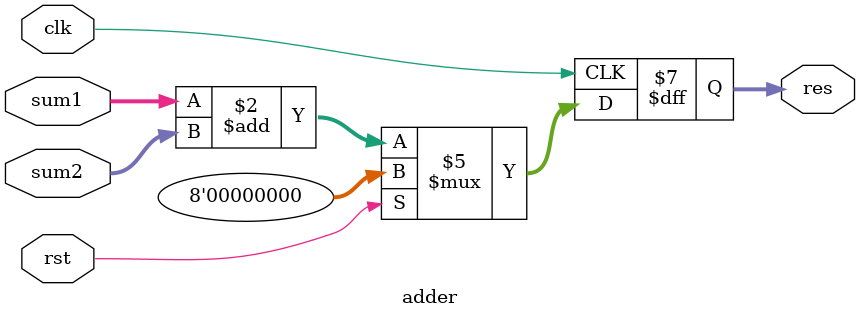
<source format=v>
`timescale 1ns / 1ps


module adder #(parameter WIDTH_DATA=8)(
    input clk, rst,
    input [WIDTH_DATA-1:0] sum1,
    input [WIDTH_DATA-1:0] sum2,
    output reg [WIDTH_DATA-1:0] res = 0
    );
    
    always@(posedge clk) begin
        if(rst) res <= 0; 
        else res <= sum1 + sum2;
    end
endmodule

</source>
